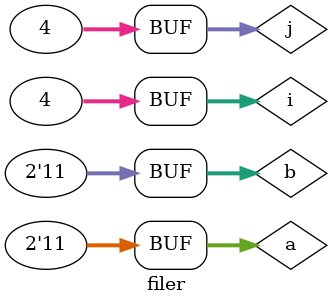
<source format=v>
`timescale 1ns / 1ps


module filer;

	reg [1:0] a; 
	reg [1:0] b;
	// Outputs
	wire [2:0] y;

	// Instantiate the Unit Under Test (UUT)
	modul uut (
	.a(a),
	.b(b),
	.y(y)
	);
	
	integer i=0,j=0;
	
	initial begin
		for( i=0; i<4; i=i+1 ) begin 
			for( j=0; j<4; j=j+1 ) begin 
				a = i; b = j; #10;
			end
		end 

	end
      
endmodule


</source>
